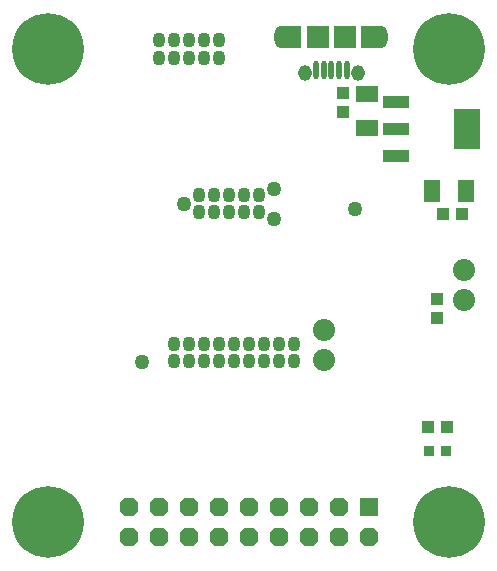
<source format=gts>
%FSLAX25Y25*%
%MOIN*%
G70*
G01*
G75*
G04 Layer_Color=8388736*
%ADD10R,0.03150X0.03150*%
%ADD11R,0.03937X0.03937*%
%ADD12R,0.03740X0.03937*%
%ADD13O,0.01575X0.05906*%
%ADD14R,0.07087X0.07480*%
%ADD15R,0.06299X0.07480*%
%ADD16R,0.07284X0.05315*%
%ADD17R,0.05315X0.07284*%
%ADD18R,0.03937X0.03740*%
%ADD19R,0.08661X0.12992*%
%ADD20R,0.08661X0.03740*%
%ADD21C,0.01969*%
%ADD22C,0.00787*%
%ADD23C,0.01181*%
%ADD24C,0.03937*%
%ADD25O,0.04724X0.07480*%
%ADD26O,0.04134X0.04921*%
%ADD27C,0.07087*%
%ADD28O,0.03937X0.04724*%
%ADD29P,0.06494X8X202.5*%
%ADD30R,0.06000X0.06000*%
%ADD31C,0.23622*%
%ADD32C,0.04724*%
%ADD33C,0.02362*%
%ADD34R,0.03937X0.03937*%
%ADD35C,0.02362*%
%ADD36C,0.00984*%
%ADD37C,0.01000*%
%ADD38C,0.00591*%
%ADD39C,0.00492*%
%ADD40R,0.02559X0.02559*%
%ADD41R,0.03347X0.03347*%
%ADD42R,0.03150X0.03347*%
%ADD43O,0.00984X0.05315*%
%ADD44R,0.06496X0.06890*%
%ADD45R,0.05709X0.06890*%
%ADD46R,0.06693X0.04724*%
%ADD47R,0.04724X0.06693*%
%ADD48R,0.03347X0.03150*%
%ADD49R,0.08071X0.12402*%
%ADD50R,0.08071X0.03150*%
%ADD51R,0.03450X0.03450*%
%ADD52R,0.04237X0.04237*%
%ADD53R,0.04040X0.04237*%
%ADD54O,0.01875X0.06206*%
%ADD55R,0.07387X0.07780*%
%ADD56R,0.06599X0.07780*%
%ADD57R,0.07584X0.05615*%
%ADD58R,0.05615X0.07584*%
%ADD59R,0.04237X0.04040*%
%ADD60R,0.08961X0.13292*%
%ADD61R,0.08961X0.04040*%
%ADD62O,0.05024X0.07780*%
%ADD63O,0.04434X0.05221*%
%ADD64C,0.07387*%
%ADD65O,0.04237X0.05024*%
%ADD66P,0.06819X8X202.5*%
%ADD67R,0.06300X0.06300*%
%ADD68C,0.23922*%
%ADD69C,0.05024*%
%ADD70C,0.00300*%
D51*
X60039Y-55118D02*
D03*
X65945D02*
D03*
D52*
X59842Y-47244D02*
D03*
X66142D02*
D03*
D53*
X62992Y-4724D02*
D03*
Y-11024D02*
D03*
X31496Y64173D02*
D03*
Y57874D02*
D03*
D54*
X27559Y71653D02*
D03*
X25000D02*
D03*
X22441D02*
D03*
X30118D02*
D03*
X32677D02*
D03*
D55*
X23031Y82677D02*
D03*
X32087D02*
D03*
D56*
X14173D02*
D03*
X40945D02*
D03*
D57*
X39370Y63681D02*
D03*
Y52461D02*
D03*
D58*
X61319Y31496D02*
D03*
X72539D02*
D03*
D59*
X64764Y23622D02*
D03*
X71063D02*
D03*
D60*
X72835Y52165D02*
D03*
D61*
X49213Y43110D02*
D03*
Y52165D02*
D03*
Y61221D02*
D03*
D62*
X11122Y82677D02*
D03*
X43996D02*
D03*
D63*
X18701Y70866D02*
D03*
X36417D02*
D03*
D64*
X71850Y-5000D02*
D03*
Y5000D02*
D03*
X25000Y-15000D02*
D03*
Y-25000D02*
D03*
D65*
X-9685Y81634D02*
D03*
Y75846D02*
D03*
X-14685Y81634D02*
D03*
Y75846D02*
D03*
X-19685Y81634D02*
D03*
Y75846D02*
D03*
X-24685Y81634D02*
D03*
Y75846D02*
D03*
X-29685Y81634D02*
D03*
Y75846D02*
D03*
X-25000Y-25394D02*
D03*
Y-19606D02*
D03*
X-20000Y-25394D02*
D03*
Y-19606D02*
D03*
X-15000Y-25394D02*
D03*
Y-19606D02*
D03*
X-10000Y-25394D02*
D03*
Y-19606D02*
D03*
X15000Y-25394D02*
D03*
Y-19606D02*
D03*
X10000D02*
D03*
Y-25394D02*
D03*
X5000Y-19606D02*
D03*
Y-25394D02*
D03*
X0Y-19606D02*
D03*
Y-25394D02*
D03*
X-5000Y-19606D02*
D03*
Y-25394D02*
D03*
X3484Y30098D02*
D03*
Y24311D02*
D03*
X-1516Y30098D02*
D03*
Y24311D02*
D03*
X-6516Y30098D02*
D03*
Y24311D02*
D03*
X-11516Y30098D02*
D03*
Y24311D02*
D03*
X-16516Y30098D02*
D03*
Y24311D02*
D03*
D66*
X-40000Y-73740D02*
D03*
Y-83740D02*
D03*
X20000D02*
D03*
Y-73740D02*
D03*
X30000Y-83740D02*
D03*
Y-73740D02*
D03*
X40000Y-83740D02*
D03*
X10000Y-73740D02*
D03*
Y-83740D02*
D03*
X0Y-73740D02*
D03*
Y-83740D02*
D03*
X-30000D02*
D03*
Y-73740D02*
D03*
X-20000Y-83740D02*
D03*
Y-73740D02*
D03*
X-10000D02*
D03*
Y-83740D02*
D03*
D67*
X40000Y-73740D02*
D03*
D68*
X-66929Y-78740D02*
D03*
X66929D02*
D03*
Y78740D02*
D03*
X-66929D02*
D03*
D69*
X-35433Y-25591D02*
D03*
X35433Y25591D02*
D03*
X-21516Y27205D02*
D03*
X8484Y22205D02*
D03*
Y32205D02*
D03*
D70*
X0Y47047D02*
D03*
M02*

</source>
